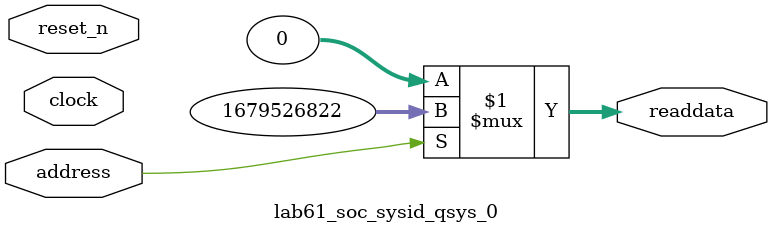
<source format=v>



// synthesis translate_off
`timescale 1ns / 1ps
// synthesis translate_on

// turn off superfluous verilog processor warnings 
// altera message_level Level1 
// altera message_off 10034 10035 10036 10037 10230 10240 10030 

module lab61_soc_sysid_qsys_0 (
               // inputs:
                address,
                clock,
                reset_n,

               // outputs:
                readdata
             )
;

  output  [ 31: 0] readdata;
  input            address;
  input            clock;
  input            reset_n;

  wire    [ 31: 0] readdata;
  //control_slave, which is an e_avalon_slave
  assign readdata = address ? 1679526822 : 0;

endmodule



</source>
